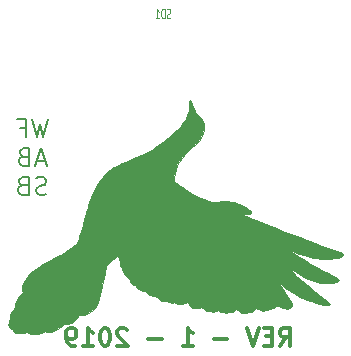
<source format=gbr>
G04 #@! TF.GenerationSoftware,KiCad,Pcbnew,5.0.0-fee4fd1~66~ubuntu16.04.1*
G04 #@! TF.CreationDate,2019-02-25T08:40:39-05:00*
G04 #@! TF.ProjectId,circuit,636972637569742E6B696361645F7063,rev?*
G04 #@! TF.SameCoordinates,Original*
G04 #@! TF.FileFunction,Legend,Bot*
G04 #@! TF.FilePolarity,Positive*
%FSLAX46Y46*%
G04 Gerber Fmt 4.6, Leading zero omitted, Abs format (unit mm)*
G04 Created by KiCad (PCBNEW 5.0.0-fee4fd1~66~ubuntu16.04.1) date Mon Feb 25 08:40:39 2019*
%MOMM*%
%LPD*%
G01*
G04 APERTURE LIST*
%ADD10C,0.300000*%
%ADD11C,0.200000*%
%ADD12C,0.010000*%
%ADD13C,0.125000*%
G04 APERTURE END LIST*
D10*
X207199428Y-113363131D02*
X207699428Y-112648845D01*
X208056571Y-113363131D02*
X208056571Y-111863131D01*
X207485142Y-111863131D01*
X207342285Y-111934560D01*
X207270857Y-112005988D01*
X207199428Y-112148845D01*
X207199428Y-112363131D01*
X207270857Y-112505988D01*
X207342285Y-112577417D01*
X207485142Y-112648845D01*
X208056571Y-112648845D01*
X206556571Y-112577417D02*
X206056571Y-112577417D01*
X205842285Y-113363131D02*
X206556571Y-113363131D01*
X206556571Y-111863131D01*
X205842285Y-111863131D01*
X205413714Y-111863131D02*
X204913714Y-113363131D01*
X204413714Y-111863131D01*
X202770857Y-112791702D02*
X201628000Y-112791702D01*
X198985142Y-113363131D02*
X199842285Y-113363131D01*
X199413714Y-113363131D02*
X199413714Y-111863131D01*
X199556571Y-112077417D01*
X199699428Y-112220274D01*
X199842285Y-112291702D01*
X197199428Y-112791702D02*
X196056571Y-112791702D01*
X194270857Y-112005988D02*
X194199428Y-111934560D01*
X194056571Y-111863131D01*
X193699428Y-111863131D01*
X193556571Y-111934560D01*
X193485142Y-112005988D01*
X193413714Y-112148845D01*
X193413714Y-112291702D01*
X193485142Y-112505988D01*
X194342285Y-113363131D01*
X193413714Y-113363131D01*
X192485142Y-111863131D02*
X192342285Y-111863131D01*
X192199428Y-111934560D01*
X192128000Y-112005988D01*
X192056571Y-112148845D01*
X191985142Y-112434560D01*
X191985142Y-112791702D01*
X192056571Y-113077417D01*
X192128000Y-113220274D01*
X192199428Y-113291702D01*
X192342285Y-113363131D01*
X192485142Y-113363131D01*
X192628000Y-113291702D01*
X192699428Y-113220274D01*
X192770857Y-113077417D01*
X192842285Y-112791702D01*
X192842285Y-112434560D01*
X192770857Y-112148845D01*
X192699428Y-112005988D01*
X192628000Y-111934560D01*
X192485142Y-111863131D01*
X190556571Y-113363131D02*
X191413714Y-113363131D01*
X190985142Y-113363131D02*
X190985142Y-111863131D01*
X191128000Y-112077417D01*
X191270857Y-112220274D01*
X191413714Y-112291702D01*
X189842285Y-113363131D02*
X189556571Y-113363131D01*
X189413714Y-113291702D01*
X189342285Y-113220274D01*
X189199428Y-113005988D01*
X189128000Y-112720274D01*
X189128000Y-112148845D01*
X189199428Y-112005988D01*
X189270857Y-111934560D01*
X189413714Y-111863131D01*
X189699428Y-111863131D01*
X189842285Y-111934560D01*
X189913714Y-112005988D01*
X189985142Y-112148845D01*
X189985142Y-112505988D01*
X189913714Y-112648845D01*
X189842285Y-112720274D01*
X189699428Y-112791702D01*
X189413714Y-112791702D01*
X189270857Y-112720274D01*
X189199428Y-112648845D01*
X189128000Y-112505988D01*
D11*
X187543914Y-94178211D02*
X187186771Y-95678211D01*
X186901057Y-94606782D01*
X186615342Y-95678211D01*
X186258200Y-94178211D01*
X185186771Y-94892497D02*
X185686771Y-94892497D01*
X185686771Y-95678211D02*
X185686771Y-94178211D01*
X184972485Y-94178211D01*
X187365342Y-97699640D02*
X186651057Y-97699640D01*
X187508200Y-98128211D02*
X187008200Y-96628211D01*
X186508200Y-98128211D01*
X185508200Y-97342497D02*
X185293914Y-97413925D01*
X185222485Y-97485354D01*
X185151057Y-97628211D01*
X185151057Y-97842497D01*
X185222485Y-97985354D01*
X185293914Y-98056782D01*
X185436771Y-98128211D01*
X186008200Y-98128211D01*
X186008200Y-96628211D01*
X185508200Y-96628211D01*
X185365342Y-96699640D01*
X185293914Y-96771068D01*
X185222485Y-96913925D01*
X185222485Y-97056782D01*
X185293914Y-97199640D01*
X185365342Y-97271068D01*
X185508200Y-97342497D01*
X186008200Y-97342497D01*
X187436771Y-100506782D02*
X187222485Y-100578211D01*
X186865342Y-100578211D01*
X186722485Y-100506782D01*
X186651057Y-100435354D01*
X186579628Y-100292497D01*
X186579628Y-100149640D01*
X186651057Y-100006782D01*
X186722485Y-99935354D01*
X186865342Y-99863925D01*
X187151057Y-99792497D01*
X187293914Y-99721068D01*
X187365342Y-99649640D01*
X187436771Y-99506782D01*
X187436771Y-99363925D01*
X187365342Y-99221068D01*
X187293914Y-99149640D01*
X187151057Y-99078211D01*
X186793914Y-99078211D01*
X186579628Y-99149640D01*
X185436771Y-99792497D02*
X185222485Y-99863925D01*
X185151057Y-99935354D01*
X185079628Y-100078211D01*
X185079628Y-100292497D01*
X185151057Y-100435354D01*
X185222485Y-100506782D01*
X185365342Y-100578211D01*
X185936771Y-100578211D01*
X185936771Y-99078211D01*
X185436771Y-99078211D01*
X185293914Y-99149640D01*
X185222485Y-99221068D01*
X185151057Y-99363925D01*
X185151057Y-99506782D01*
X185222485Y-99649640D01*
X185293914Y-99721068D01*
X185436771Y-99792497D01*
X185936771Y-99792497D01*
D12*
G04 #@! TO.C,G\002A\002A\002A*
G36*
X212520666Y-105607386D02*
X212442713Y-105532115D01*
X212292599Y-105454203D01*
X212070209Y-105372497D01*
X212058794Y-105368807D01*
X211953212Y-105332875D01*
X211788882Y-105274410D01*
X211574852Y-105196774D01*
X211320169Y-105103327D01*
X211033880Y-104997428D01*
X210725034Y-104882437D01*
X210402678Y-104761715D01*
X210075859Y-104638621D01*
X209753625Y-104516516D01*
X209445024Y-104398760D01*
X209391795Y-104378351D01*
X208895703Y-104187405D01*
X208397008Y-103994338D01*
X207900429Y-103801042D01*
X207410685Y-103609412D01*
X206932495Y-103421338D01*
X206470580Y-103238715D01*
X206029657Y-103063435D01*
X205614446Y-102897390D01*
X205229667Y-102742474D01*
X204880038Y-102600578D01*
X204570279Y-102473597D01*
X204305109Y-102363423D01*
X204089247Y-102271947D01*
X203927413Y-102201064D01*
X203824325Y-102152666D01*
X203785652Y-102129873D01*
X203804265Y-102123360D01*
X203873239Y-102131523D01*
X203894509Y-102135452D01*
X204200716Y-102187330D01*
X204440776Y-102210424D01*
X204614599Y-102204771D01*
X204722094Y-102170409D01*
X204763170Y-102107374D01*
X204737739Y-102015704D01*
X204645708Y-101895436D01*
X204597650Y-101846497D01*
X204445044Y-101724549D01*
X204238108Y-101597087D01*
X203993760Y-101472386D01*
X203728920Y-101358721D01*
X203460506Y-101264368D01*
X203332080Y-101227501D01*
X203075735Y-101174242D01*
X202794443Y-101139602D01*
X202509762Y-101124461D01*
X202243249Y-101129700D01*
X202016460Y-101156197D01*
X201948953Y-101171043D01*
X201734062Y-101194911D01*
X201471227Y-101169849D01*
X201164851Y-101097189D01*
X200819336Y-100978264D01*
X200439086Y-100814405D01*
X200028502Y-100606947D01*
X199957509Y-100568268D01*
X199804058Y-100483129D01*
X199671027Y-100407213D01*
X199544093Y-100331685D01*
X199408932Y-100247713D01*
X199251220Y-100146465D01*
X199056634Y-100019108D01*
X198908746Y-99921545D01*
X198711163Y-99790718D01*
X198565121Y-99692903D01*
X198461507Y-99621275D01*
X198391203Y-99569007D01*
X198345093Y-99529271D01*
X198314063Y-99495243D01*
X198288996Y-99460094D01*
X198285549Y-99454856D01*
X198252318Y-99383186D01*
X198241186Y-99290196D01*
X198249597Y-99152270D01*
X198251170Y-99137355D01*
X198308715Y-98755329D01*
X198398286Y-98409132D01*
X198525866Y-98087728D01*
X198697438Y-97780082D01*
X198918984Y-97475161D01*
X199196487Y-97161930D01*
X199468004Y-96893019D01*
X199809289Y-96561072D01*
X200093818Y-96263886D01*
X200325593Y-95996533D01*
X200508614Y-95754087D01*
X200646884Y-95531620D01*
X200744404Y-95324204D01*
X200746560Y-95318635D01*
X200800902Y-95101695D01*
X200816978Y-94852673D01*
X200795014Y-94601014D01*
X200739450Y-94387198D01*
X200659804Y-94231401D01*
X200542571Y-94070648D01*
X200405780Y-93925141D01*
X200267458Y-93815086D01*
X200193609Y-93775449D01*
X200095834Y-93701140D01*
X200045316Y-93599243D01*
X200005993Y-93488887D01*
X199947295Y-93338933D01*
X199877289Y-93168444D01*
X199804043Y-92996488D01*
X199735624Y-92842130D01*
X199680099Y-92724436D01*
X199655377Y-92677706D01*
X199606947Y-92608453D01*
X199569768Y-92577987D01*
X199568685Y-92577920D01*
X199556426Y-92611567D01*
X199546817Y-92701974D01*
X199541168Y-92833344D01*
X199540223Y-92920848D01*
X199529990Y-93209208D01*
X199495576Y-93457395D01*
X199431409Y-93695382D01*
X199361389Y-93882806D01*
X199227019Y-94158066D01*
X199043677Y-94443631D01*
X198808797Y-94742126D01*
X198519814Y-95056177D01*
X198174161Y-95388410D01*
X197769270Y-95741450D01*
X197302577Y-96117922D01*
X196813129Y-96489673D01*
X196360837Y-96789407D01*
X195847879Y-97064545D01*
X195283443Y-97310166D01*
X195276652Y-97312814D01*
X195071293Y-97392875D01*
X194852124Y-97478470D01*
X194648174Y-97558254D01*
X194514652Y-97610599D01*
X194333841Y-97686355D01*
X194110052Y-97787305D01*
X193863835Y-97903565D01*
X193615742Y-98025253D01*
X193386325Y-98142483D01*
X193204410Y-98240713D01*
X192857930Y-98467271D01*
X192532793Y-98746919D01*
X192227034Y-99082527D01*
X191938685Y-99476963D01*
X191665782Y-99933095D01*
X191406357Y-100453794D01*
X191158444Y-101041928D01*
X191008748Y-101444251D01*
X190930443Y-101670592D01*
X190855188Y-101902013D01*
X190779740Y-102149783D01*
X190700855Y-102425172D01*
X190615289Y-102739449D01*
X190519799Y-103103884D01*
X190430338Y-103453888D01*
X190365241Y-103702911D01*
X190299800Y-103939158D01*
X190237829Y-104149894D01*
X190183138Y-104322384D01*
X190139542Y-104443893D01*
X190122019Y-104483701D01*
X190026865Y-104640889D01*
X189900189Y-104793685D01*
X189734879Y-104948000D01*
X189523821Y-105109748D01*
X189259904Y-105284841D01*
X188936013Y-105479190D01*
X188898175Y-105500990D01*
X188813961Y-105549152D01*
X188732565Y-105595120D01*
X188645720Y-105643351D01*
X188545160Y-105698306D01*
X188422620Y-105764444D01*
X188269834Y-105846222D01*
X188078536Y-105948100D01*
X187840459Y-106074537D01*
X187547339Y-106229992D01*
X187514103Y-106247612D01*
X187127173Y-106459989D01*
X186799913Y-106656540D01*
X186523054Y-106844122D01*
X186287331Y-107029589D01*
X186083476Y-107219799D01*
X185902222Y-107421607D01*
X185864748Y-107467878D01*
X185706204Y-107692985D01*
X185574988Y-107930644D01*
X185475564Y-108168002D01*
X185412395Y-108392210D01*
X185389946Y-108590414D01*
X185412680Y-108749764D01*
X185416170Y-108759371D01*
X185429907Y-108828969D01*
X185398774Y-108887240D01*
X185351645Y-108930930D01*
X185262519Y-109024636D01*
X185164959Y-109157666D01*
X185065832Y-109316447D01*
X184972004Y-109487406D01*
X184890344Y-109656968D01*
X184827718Y-109811560D01*
X184790993Y-109937609D01*
X184787036Y-110021541D01*
X184792740Y-110035652D01*
X184782351Y-110080246D01*
X184730818Y-110155883D01*
X184669155Y-110225233D01*
X184536145Y-110390449D01*
X184430144Y-110578746D01*
X184361102Y-110768285D01*
X184338973Y-110937225D01*
X184339496Y-110948684D01*
X184329991Y-111087249D01*
X184294066Y-111222917D01*
X184288241Y-111236683D01*
X184238482Y-111403648D01*
X184230557Y-111572761D01*
X184263906Y-111719682D01*
X184300790Y-111783686D01*
X184388226Y-111861124D01*
X184495901Y-111916921D01*
X184496108Y-111916989D01*
X184591521Y-111966966D01*
X184635752Y-112046446D01*
X184638973Y-112060742D01*
X184696526Y-112177007D01*
X184809913Y-112259734D01*
X184969675Y-112307060D01*
X185166352Y-112317125D01*
X185390486Y-112288067D01*
X185561936Y-112242397D01*
X185810751Y-112162261D01*
X185966860Y-112265569D01*
X186169583Y-112357032D01*
X186409461Y-112390680D01*
X186680123Y-112366767D01*
X186975199Y-112285547D01*
X187140776Y-112218698D01*
X187259873Y-112168462D01*
X187336918Y-112147624D01*
X187394693Y-112152979D01*
X187445770Y-112175786D01*
X187606327Y-112221952D01*
X187799910Y-112211447D01*
X188018171Y-112147217D01*
X188252756Y-112032211D01*
X188495317Y-111869375D01*
X188633696Y-111756502D01*
X188759626Y-111649761D01*
X188851221Y-111582875D01*
X188927042Y-111546015D01*
X189005648Y-111529350D01*
X189071795Y-111524460D01*
X189302072Y-111498259D01*
X189497531Y-111436947D01*
X189691788Y-111329565D01*
X189713252Y-111315328D01*
X189950712Y-111125479D01*
X190123824Y-110919731D01*
X190161749Y-110856849D01*
X190216331Y-110786709D01*
X190294257Y-110759165D01*
X190351798Y-110756176D01*
X190606928Y-110725734D01*
X190872253Y-110643900D01*
X191130788Y-110520100D01*
X191365545Y-110363759D01*
X191559538Y-110184304D01*
X191680809Y-110018689D01*
X191758747Y-109853750D01*
X191841899Y-109626173D01*
X191927738Y-109345477D01*
X192013735Y-109021183D01*
X192097363Y-108662809D01*
X192176094Y-108279874D01*
X192245971Y-107890492D01*
X192311326Y-107512893D01*
X192371638Y-107194881D01*
X192426263Y-106939424D01*
X192474554Y-106749485D01*
X192515867Y-106628031D01*
X192524569Y-106609601D01*
X192588277Y-106516765D01*
X192693798Y-106394016D01*
X192825856Y-106256239D01*
X192969171Y-106118319D01*
X193108463Y-105995141D01*
X193228455Y-105901592D01*
X193291640Y-105862288D01*
X193415896Y-105805166D01*
X193493036Y-105791659D01*
X193536541Y-105825452D01*
X193559894Y-105910227D01*
X193563740Y-105936633D01*
X193594099Y-106058661D01*
X193643013Y-106166192D01*
X193653363Y-106181562D01*
X193700297Y-106271608D01*
X193693872Y-106361335D01*
X193689875Y-106373927D01*
X193683204Y-106475317D01*
X193712477Y-106590685D01*
X193766559Y-106690652D01*
X193830326Y-106744429D01*
X193867078Y-106778392D01*
X193864435Y-106797186D01*
X193863000Y-106847338D01*
X193880471Y-106942036D01*
X193900949Y-107018936D01*
X193942164Y-107128181D01*
X194003987Y-107231197D01*
X194099220Y-107346304D01*
X194210510Y-107461852D01*
X194387476Y-107656884D01*
X194498952Y-107822687D01*
X194526281Y-107883523D01*
X194606399Y-108027592D01*
X194719767Y-108140435D01*
X194847965Y-108206414D01*
X194919161Y-108217063D01*
X194990317Y-108239045D01*
X195005814Y-108280563D01*
X195041754Y-108385963D01*
X195135843Y-108488381D01*
X195273888Y-108579027D01*
X195441699Y-108649113D01*
X195625084Y-108689849D01*
X195674310Y-108694600D01*
X195785405Y-108706973D01*
X195851779Y-108735789D01*
X195901280Y-108797906D01*
X195929750Y-108849253D01*
X196047018Y-108994530D01*
X196219124Y-109095131D01*
X196442092Y-109148892D01*
X196488951Y-109153558D01*
X196612297Y-109169438D01*
X196704044Y-109202738D01*
X196795076Y-109267794D01*
X196859574Y-109325592D01*
X197046607Y-109465208D01*
X197243841Y-109539269D01*
X197469453Y-109554352D01*
X197488763Y-109553241D01*
X197610449Y-109552514D01*
X197689847Y-109575160D01*
X197747780Y-109620730D01*
X197868329Y-109696365D01*
X198021370Y-109730359D01*
X198176183Y-109716719D01*
X198200850Y-109709100D01*
X198287616Y-109688858D01*
X198360031Y-109707009D01*
X198428546Y-109750590D01*
X198561926Y-109808138D01*
X198736965Y-109830709D01*
X198931822Y-109818455D01*
X199124656Y-109771531D01*
X199191573Y-109745212D01*
X199291519Y-109703286D01*
X199359508Y-109679119D01*
X199377191Y-109676651D01*
X199399407Y-109710555D01*
X199446966Y-109785825D01*
X199479542Y-109837957D01*
X199623032Y-110021299D01*
X199788559Y-110139459D01*
X199986048Y-110198809D01*
X200053022Y-110206099D01*
X200276273Y-110200075D01*
X200430658Y-110159729D01*
X200530284Y-110124221D01*
X200592244Y-110118107D01*
X200646632Y-110144794D01*
X200703165Y-110190580D01*
X200877725Y-110305724D01*
X201084126Y-110392285D01*
X201303763Y-110446763D01*
X201518032Y-110465659D01*
X201708326Y-110445471D01*
X201825619Y-110401752D01*
X201952014Y-110331811D01*
X202081163Y-110417278D01*
X202250408Y-110495922D01*
X202456142Y-110540658D01*
X202680900Y-110552914D01*
X202907220Y-110534121D01*
X203117637Y-110485709D01*
X203294688Y-110409108D01*
X203419297Y-110307706D01*
X203452025Y-110281564D01*
X203496091Y-110285501D01*
X203568535Y-110324710D01*
X203647005Y-110377129D01*
X203844852Y-110490749D01*
X204044511Y-110553394D01*
X204271359Y-110571610D01*
X204384366Y-110567364D01*
X204590277Y-110540627D01*
X204764563Y-110482552D01*
X204935012Y-110381834D01*
X205043106Y-110299390D01*
X205193847Y-110177326D01*
X205399342Y-110271404D01*
X205617776Y-110354116D01*
X205818046Y-110387105D01*
X206030937Y-110374224D01*
X206110079Y-110360394D01*
X206386803Y-110286832D01*
X206605835Y-110184450D01*
X206773100Y-110053196D01*
X206902725Y-109923571D01*
X207071961Y-109996114D01*
X207289566Y-110082083D01*
X207496082Y-110150260D01*
X207673994Y-110195509D01*
X207805786Y-110212690D01*
X207810287Y-110212721D01*
X207945598Y-110192816D01*
X208075026Y-110141262D01*
X208174421Y-110070133D01*
X208215038Y-110010355D01*
X208225233Y-109923463D01*
X208202061Y-109806647D01*
X208143251Y-109655267D01*
X208046537Y-109464687D01*
X207909649Y-109230269D01*
X207730319Y-108947375D01*
X207595220Y-108743206D01*
X207454222Y-108527287D01*
X207339523Y-108340373D01*
X207255635Y-108190397D01*
X207207071Y-108085292D01*
X207196509Y-108042279D01*
X207220375Y-108051653D01*
X207284670Y-108103066D01*
X207378437Y-108187313D01*
X207449744Y-108255071D01*
X207589287Y-108379807D01*
X207765051Y-108521881D01*
X207951209Y-108660993D01*
X208074443Y-108746114D01*
X208385884Y-108937096D01*
X208732505Y-109123489D01*
X209102596Y-109300853D01*
X209484449Y-109464750D01*
X209866357Y-109610743D01*
X210236610Y-109734393D01*
X210583501Y-109831261D01*
X210895322Y-109896910D01*
X211160364Y-109926900D01*
X211192231Y-109927982D01*
X211322216Y-109925043D01*
X211403270Y-109906496D01*
X211433672Y-109868147D01*
X211411701Y-109805801D01*
X211335638Y-109715264D01*
X211203761Y-109592342D01*
X211014351Y-109432840D01*
X210976448Y-109401901D01*
X210778596Y-109240805D01*
X210554145Y-109057849D01*
X210330864Y-108875677D01*
X210138857Y-108718845D01*
X209968386Y-108579665D01*
X209795744Y-108439009D01*
X209639244Y-108311780D01*
X209517199Y-108212881D01*
X209499910Y-108198920D01*
X209266469Y-108005978D01*
X209037418Y-107808150D01*
X208818867Y-107611505D01*
X208616925Y-107422113D01*
X208437700Y-107246043D01*
X208287302Y-107089365D01*
X208171838Y-106958147D01*
X208097419Y-106858459D01*
X208070153Y-106796371D01*
X208074471Y-106782720D01*
X208108044Y-106796537D01*
X208184428Y-106847528D01*
X208290533Y-106926585D01*
X208360601Y-106981764D01*
X208815139Y-107306050D01*
X209312931Y-107588076D01*
X209834728Y-107818158D01*
X210353366Y-107984564D01*
X210639980Y-108044128D01*
X210934977Y-108079042D01*
X211225912Y-108090012D01*
X211500343Y-108077746D01*
X211745825Y-108042950D01*
X211949915Y-107986330D01*
X212100168Y-107908594D01*
X212130365Y-107883636D01*
X212167789Y-107849750D01*
X212195779Y-107820792D01*
X212209101Y-107792911D01*
X212202519Y-107762258D01*
X212170799Y-107724980D01*
X212108706Y-107677228D01*
X212011004Y-107615150D01*
X211872459Y-107534895D01*
X211687836Y-107432612D01*
X211451901Y-107304452D01*
X211159417Y-107146562D01*
X211042795Y-107083604D01*
X210579423Y-106831478D01*
X210135920Y-106586497D01*
X209719703Y-106352901D01*
X209338194Y-106134932D01*
X208998810Y-105936830D01*
X208708972Y-105762836D01*
X208476099Y-105617192D01*
X208466509Y-105611004D01*
X208283391Y-105489168D01*
X208129517Y-105380120D01*
X208009234Y-105287992D01*
X207926888Y-105216916D01*
X207886826Y-105171024D01*
X207893393Y-105154450D01*
X207950936Y-105171324D01*
X208058295Y-105222894D01*
X208465427Y-105422179D01*
X208860875Y-105585529D01*
X209270951Y-105722554D01*
X209721968Y-105842864D01*
X209816893Y-105865188D01*
X209994694Y-105905482D01*
X210140843Y-105935550D01*
X210271352Y-105956890D01*
X210402228Y-105971003D01*
X210549483Y-105979388D01*
X210729126Y-105983546D01*
X210957166Y-105984976D01*
X211097223Y-105985139D01*
X211358961Y-105984599D01*
X211560841Y-105982038D01*
X211715570Y-105976455D01*
X211835856Y-105966851D01*
X211934404Y-105952223D01*
X212023923Y-105931572D01*
X212113223Y-105905132D01*
X212322738Y-105828889D01*
X212460562Y-105754619D01*
X212526577Y-105681169D01*
X212520666Y-105607386D01*
X212520666Y-105607386D01*
G37*
X212520666Y-105607386D02*
X212442713Y-105532115D01*
X212292599Y-105454203D01*
X212070209Y-105372497D01*
X212058794Y-105368807D01*
X211953212Y-105332875D01*
X211788882Y-105274410D01*
X211574852Y-105196774D01*
X211320169Y-105103327D01*
X211033880Y-104997428D01*
X210725034Y-104882437D01*
X210402678Y-104761715D01*
X210075859Y-104638621D01*
X209753625Y-104516516D01*
X209445024Y-104398760D01*
X209391795Y-104378351D01*
X208895703Y-104187405D01*
X208397008Y-103994338D01*
X207900429Y-103801042D01*
X207410685Y-103609412D01*
X206932495Y-103421338D01*
X206470580Y-103238715D01*
X206029657Y-103063435D01*
X205614446Y-102897390D01*
X205229667Y-102742474D01*
X204880038Y-102600578D01*
X204570279Y-102473597D01*
X204305109Y-102363423D01*
X204089247Y-102271947D01*
X203927413Y-102201064D01*
X203824325Y-102152666D01*
X203785652Y-102129873D01*
X203804265Y-102123360D01*
X203873239Y-102131523D01*
X203894509Y-102135452D01*
X204200716Y-102187330D01*
X204440776Y-102210424D01*
X204614599Y-102204771D01*
X204722094Y-102170409D01*
X204763170Y-102107374D01*
X204737739Y-102015704D01*
X204645708Y-101895436D01*
X204597650Y-101846497D01*
X204445044Y-101724549D01*
X204238108Y-101597087D01*
X203993760Y-101472386D01*
X203728920Y-101358721D01*
X203460506Y-101264368D01*
X203332080Y-101227501D01*
X203075735Y-101174242D01*
X202794443Y-101139602D01*
X202509762Y-101124461D01*
X202243249Y-101129700D01*
X202016460Y-101156197D01*
X201948953Y-101171043D01*
X201734062Y-101194911D01*
X201471227Y-101169849D01*
X201164851Y-101097189D01*
X200819336Y-100978264D01*
X200439086Y-100814405D01*
X200028502Y-100606947D01*
X199957509Y-100568268D01*
X199804058Y-100483129D01*
X199671027Y-100407213D01*
X199544093Y-100331685D01*
X199408932Y-100247713D01*
X199251220Y-100146465D01*
X199056634Y-100019108D01*
X198908746Y-99921545D01*
X198711163Y-99790718D01*
X198565121Y-99692903D01*
X198461507Y-99621275D01*
X198391203Y-99569007D01*
X198345093Y-99529271D01*
X198314063Y-99495243D01*
X198288996Y-99460094D01*
X198285549Y-99454856D01*
X198252318Y-99383186D01*
X198241186Y-99290196D01*
X198249597Y-99152270D01*
X198251170Y-99137355D01*
X198308715Y-98755329D01*
X198398286Y-98409132D01*
X198525866Y-98087728D01*
X198697438Y-97780082D01*
X198918984Y-97475161D01*
X199196487Y-97161930D01*
X199468004Y-96893019D01*
X199809289Y-96561072D01*
X200093818Y-96263886D01*
X200325593Y-95996533D01*
X200508614Y-95754087D01*
X200646884Y-95531620D01*
X200744404Y-95324204D01*
X200746560Y-95318635D01*
X200800902Y-95101695D01*
X200816978Y-94852673D01*
X200795014Y-94601014D01*
X200739450Y-94387198D01*
X200659804Y-94231401D01*
X200542571Y-94070648D01*
X200405780Y-93925141D01*
X200267458Y-93815086D01*
X200193609Y-93775449D01*
X200095834Y-93701140D01*
X200045316Y-93599243D01*
X200005993Y-93488887D01*
X199947295Y-93338933D01*
X199877289Y-93168444D01*
X199804043Y-92996488D01*
X199735624Y-92842130D01*
X199680099Y-92724436D01*
X199655377Y-92677706D01*
X199606947Y-92608453D01*
X199569768Y-92577987D01*
X199568685Y-92577920D01*
X199556426Y-92611567D01*
X199546817Y-92701974D01*
X199541168Y-92833344D01*
X199540223Y-92920848D01*
X199529990Y-93209208D01*
X199495576Y-93457395D01*
X199431409Y-93695382D01*
X199361389Y-93882806D01*
X199227019Y-94158066D01*
X199043677Y-94443631D01*
X198808797Y-94742126D01*
X198519814Y-95056177D01*
X198174161Y-95388410D01*
X197769270Y-95741450D01*
X197302577Y-96117922D01*
X196813129Y-96489673D01*
X196360837Y-96789407D01*
X195847879Y-97064545D01*
X195283443Y-97310166D01*
X195276652Y-97312814D01*
X195071293Y-97392875D01*
X194852124Y-97478470D01*
X194648174Y-97558254D01*
X194514652Y-97610599D01*
X194333841Y-97686355D01*
X194110052Y-97787305D01*
X193863835Y-97903565D01*
X193615742Y-98025253D01*
X193386325Y-98142483D01*
X193204410Y-98240713D01*
X192857930Y-98467271D01*
X192532793Y-98746919D01*
X192227034Y-99082527D01*
X191938685Y-99476963D01*
X191665782Y-99933095D01*
X191406357Y-100453794D01*
X191158444Y-101041928D01*
X191008748Y-101444251D01*
X190930443Y-101670592D01*
X190855188Y-101902013D01*
X190779740Y-102149783D01*
X190700855Y-102425172D01*
X190615289Y-102739449D01*
X190519799Y-103103884D01*
X190430338Y-103453888D01*
X190365241Y-103702911D01*
X190299800Y-103939158D01*
X190237829Y-104149894D01*
X190183138Y-104322384D01*
X190139542Y-104443893D01*
X190122019Y-104483701D01*
X190026865Y-104640889D01*
X189900189Y-104793685D01*
X189734879Y-104948000D01*
X189523821Y-105109748D01*
X189259904Y-105284841D01*
X188936013Y-105479190D01*
X188898175Y-105500990D01*
X188813961Y-105549152D01*
X188732565Y-105595120D01*
X188645720Y-105643351D01*
X188545160Y-105698306D01*
X188422620Y-105764444D01*
X188269834Y-105846222D01*
X188078536Y-105948100D01*
X187840459Y-106074537D01*
X187547339Y-106229992D01*
X187514103Y-106247612D01*
X187127173Y-106459989D01*
X186799913Y-106656540D01*
X186523054Y-106844122D01*
X186287331Y-107029589D01*
X186083476Y-107219799D01*
X185902222Y-107421607D01*
X185864748Y-107467878D01*
X185706204Y-107692985D01*
X185574988Y-107930644D01*
X185475564Y-108168002D01*
X185412395Y-108392210D01*
X185389946Y-108590414D01*
X185412680Y-108749764D01*
X185416170Y-108759371D01*
X185429907Y-108828969D01*
X185398774Y-108887240D01*
X185351645Y-108930930D01*
X185262519Y-109024636D01*
X185164959Y-109157666D01*
X185065832Y-109316447D01*
X184972004Y-109487406D01*
X184890344Y-109656968D01*
X184827718Y-109811560D01*
X184790993Y-109937609D01*
X184787036Y-110021541D01*
X184792740Y-110035652D01*
X184782351Y-110080246D01*
X184730818Y-110155883D01*
X184669155Y-110225233D01*
X184536145Y-110390449D01*
X184430144Y-110578746D01*
X184361102Y-110768285D01*
X184338973Y-110937225D01*
X184339496Y-110948684D01*
X184329991Y-111087249D01*
X184294066Y-111222917D01*
X184288241Y-111236683D01*
X184238482Y-111403648D01*
X184230557Y-111572761D01*
X184263906Y-111719682D01*
X184300790Y-111783686D01*
X184388226Y-111861124D01*
X184495901Y-111916921D01*
X184496108Y-111916989D01*
X184591521Y-111966966D01*
X184635752Y-112046446D01*
X184638973Y-112060742D01*
X184696526Y-112177007D01*
X184809913Y-112259734D01*
X184969675Y-112307060D01*
X185166352Y-112317125D01*
X185390486Y-112288067D01*
X185561936Y-112242397D01*
X185810751Y-112162261D01*
X185966860Y-112265569D01*
X186169583Y-112357032D01*
X186409461Y-112390680D01*
X186680123Y-112366767D01*
X186975199Y-112285547D01*
X187140776Y-112218698D01*
X187259873Y-112168462D01*
X187336918Y-112147624D01*
X187394693Y-112152979D01*
X187445770Y-112175786D01*
X187606327Y-112221952D01*
X187799910Y-112211447D01*
X188018171Y-112147217D01*
X188252756Y-112032211D01*
X188495317Y-111869375D01*
X188633696Y-111756502D01*
X188759626Y-111649761D01*
X188851221Y-111582875D01*
X188927042Y-111546015D01*
X189005648Y-111529350D01*
X189071795Y-111524460D01*
X189302072Y-111498259D01*
X189497531Y-111436947D01*
X189691788Y-111329565D01*
X189713252Y-111315328D01*
X189950712Y-111125479D01*
X190123824Y-110919731D01*
X190161749Y-110856849D01*
X190216331Y-110786709D01*
X190294257Y-110759165D01*
X190351798Y-110756176D01*
X190606928Y-110725734D01*
X190872253Y-110643900D01*
X191130788Y-110520100D01*
X191365545Y-110363759D01*
X191559538Y-110184304D01*
X191680809Y-110018689D01*
X191758747Y-109853750D01*
X191841899Y-109626173D01*
X191927738Y-109345477D01*
X192013735Y-109021183D01*
X192097363Y-108662809D01*
X192176094Y-108279874D01*
X192245971Y-107890492D01*
X192311326Y-107512893D01*
X192371638Y-107194881D01*
X192426263Y-106939424D01*
X192474554Y-106749485D01*
X192515867Y-106628031D01*
X192524569Y-106609601D01*
X192588277Y-106516765D01*
X192693798Y-106394016D01*
X192825856Y-106256239D01*
X192969171Y-106118319D01*
X193108463Y-105995141D01*
X193228455Y-105901592D01*
X193291640Y-105862288D01*
X193415896Y-105805166D01*
X193493036Y-105791659D01*
X193536541Y-105825452D01*
X193559894Y-105910227D01*
X193563740Y-105936633D01*
X193594099Y-106058661D01*
X193643013Y-106166192D01*
X193653363Y-106181562D01*
X193700297Y-106271608D01*
X193693872Y-106361335D01*
X193689875Y-106373927D01*
X193683204Y-106475317D01*
X193712477Y-106590685D01*
X193766559Y-106690652D01*
X193830326Y-106744429D01*
X193867078Y-106778392D01*
X193864435Y-106797186D01*
X193863000Y-106847338D01*
X193880471Y-106942036D01*
X193900949Y-107018936D01*
X193942164Y-107128181D01*
X194003987Y-107231197D01*
X194099220Y-107346304D01*
X194210510Y-107461852D01*
X194387476Y-107656884D01*
X194498952Y-107822687D01*
X194526281Y-107883523D01*
X194606399Y-108027592D01*
X194719767Y-108140435D01*
X194847965Y-108206414D01*
X194919161Y-108217063D01*
X194990317Y-108239045D01*
X195005814Y-108280563D01*
X195041754Y-108385963D01*
X195135843Y-108488381D01*
X195273888Y-108579027D01*
X195441699Y-108649113D01*
X195625084Y-108689849D01*
X195674310Y-108694600D01*
X195785405Y-108706973D01*
X195851779Y-108735789D01*
X195901280Y-108797906D01*
X195929750Y-108849253D01*
X196047018Y-108994530D01*
X196219124Y-109095131D01*
X196442092Y-109148892D01*
X196488951Y-109153558D01*
X196612297Y-109169438D01*
X196704044Y-109202738D01*
X196795076Y-109267794D01*
X196859574Y-109325592D01*
X197046607Y-109465208D01*
X197243841Y-109539269D01*
X197469453Y-109554352D01*
X197488763Y-109553241D01*
X197610449Y-109552514D01*
X197689847Y-109575160D01*
X197747780Y-109620730D01*
X197868329Y-109696365D01*
X198021370Y-109730359D01*
X198176183Y-109716719D01*
X198200850Y-109709100D01*
X198287616Y-109688858D01*
X198360031Y-109707009D01*
X198428546Y-109750590D01*
X198561926Y-109808138D01*
X198736965Y-109830709D01*
X198931822Y-109818455D01*
X199124656Y-109771531D01*
X199191573Y-109745212D01*
X199291519Y-109703286D01*
X199359508Y-109679119D01*
X199377191Y-109676651D01*
X199399407Y-109710555D01*
X199446966Y-109785825D01*
X199479542Y-109837957D01*
X199623032Y-110021299D01*
X199788559Y-110139459D01*
X199986048Y-110198809D01*
X200053022Y-110206099D01*
X200276273Y-110200075D01*
X200430658Y-110159729D01*
X200530284Y-110124221D01*
X200592244Y-110118107D01*
X200646632Y-110144794D01*
X200703165Y-110190580D01*
X200877725Y-110305724D01*
X201084126Y-110392285D01*
X201303763Y-110446763D01*
X201518032Y-110465659D01*
X201708326Y-110445471D01*
X201825619Y-110401752D01*
X201952014Y-110331811D01*
X202081163Y-110417278D01*
X202250408Y-110495922D01*
X202456142Y-110540658D01*
X202680900Y-110552914D01*
X202907220Y-110534121D01*
X203117637Y-110485709D01*
X203294688Y-110409108D01*
X203419297Y-110307706D01*
X203452025Y-110281564D01*
X203496091Y-110285501D01*
X203568535Y-110324710D01*
X203647005Y-110377129D01*
X203844852Y-110490749D01*
X204044511Y-110553394D01*
X204271359Y-110571610D01*
X204384366Y-110567364D01*
X204590277Y-110540627D01*
X204764563Y-110482552D01*
X204935012Y-110381834D01*
X205043106Y-110299390D01*
X205193847Y-110177326D01*
X205399342Y-110271404D01*
X205617776Y-110354116D01*
X205818046Y-110387105D01*
X206030937Y-110374224D01*
X206110079Y-110360394D01*
X206386803Y-110286832D01*
X206605835Y-110184450D01*
X206773100Y-110053196D01*
X206902725Y-109923571D01*
X207071961Y-109996114D01*
X207289566Y-110082083D01*
X207496082Y-110150260D01*
X207673994Y-110195509D01*
X207805786Y-110212690D01*
X207810287Y-110212721D01*
X207945598Y-110192816D01*
X208075026Y-110141262D01*
X208174421Y-110070133D01*
X208215038Y-110010355D01*
X208225233Y-109923463D01*
X208202061Y-109806647D01*
X208143251Y-109655267D01*
X208046537Y-109464687D01*
X207909649Y-109230269D01*
X207730319Y-108947375D01*
X207595220Y-108743206D01*
X207454222Y-108527287D01*
X207339523Y-108340373D01*
X207255635Y-108190397D01*
X207207071Y-108085292D01*
X207196509Y-108042279D01*
X207220375Y-108051653D01*
X207284670Y-108103066D01*
X207378437Y-108187313D01*
X207449744Y-108255071D01*
X207589287Y-108379807D01*
X207765051Y-108521881D01*
X207951209Y-108660993D01*
X208074443Y-108746114D01*
X208385884Y-108937096D01*
X208732505Y-109123489D01*
X209102596Y-109300853D01*
X209484449Y-109464750D01*
X209866357Y-109610743D01*
X210236610Y-109734393D01*
X210583501Y-109831261D01*
X210895322Y-109896910D01*
X211160364Y-109926900D01*
X211192231Y-109927982D01*
X211322216Y-109925043D01*
X211403270Y-109906496D01*
X211433672Y-109868147D01*
X211411701Y-109805801D01*
X211335638Y-109715264D01*
X211203761Y-109592342D01*
X211014351Y-109432840D01*
X210976448Y-109401901D01*
X210778596Y-109240805D01*
X210554145Y-109057849D01*
X210330864Y-108875677D01*
X210138857Y-108718845D01*
X209968386Y-108579665D01*
X209795744Y-108439009D01*
X209639244Y-108311780D01*
X209517199Y-108212881D01*
X209499910Y-108198920D01*
X209266469Y-108005978D01*
X209037418Y-107808150D01*
X208818867Y-107611505D01*
X208616925Y-107422113D01*
X208437700Y-107246043D01*
X208287302Y-107089365D01*
X208171838Y-106958147D01*
X208097419Y-106858459D01*
X208070153Y-106796371D01*
X208074471Y-106782720D01*
X208108044Y-106796537D01*
X208184428Y-106847528D01*
X208290533Y-106926585D01*
X208360601Y-106981764D01*
X208815139Y-107306050D01*
X209312931Y-107588076D01*
X209834728Y-107818158D01*
X210353366Y-107984564D01*
X210639980Y-108044128D01*
X210934977Y-108079042D01*
X211225912Y-108090012D01*
X211500343Y-108077746D01*
X211745825Y-108042950D01*
X211949915Y-107986330D01*
X212100168Y-107908594D01*
X212130365Y-107883636D01*
X212167789Y-107849750D01*
X212195779Y-107820792D01*
X212209101Y-107792911D01*
X212202519Y-107762258D01*
X212170799Y-107724980D01*
X212108706Y-107677228D01*
X212011004Y-107615150D01*
X211872459Y-107534895D01*
X211687836Y-107432612D01*
X211451901Y-107304452D01*
X211159417Y-107146562D01*
X211042795Y-107083604D01*
X210579423Y-106831478D01*
X210135920Y-106586497D01*
X209719703Y-106352901D01*
X209338194Y-106134932D01*
X208998810Y-105936830D01*
X208708972Y-105762836D01*
X208476099Y-105617192D01*
X208466509Y-105611004D01*
X208283391Y-105489168D01*
X208129517Y-105380120D01*
X208009234Y-105287992D01*
X207926888Y-105216916D01*
X207886826Y-105171024D01*
X207893393Y-105154450D01*
X207950936Y-105171324D01*
X208058295Y-105222894D01*
X208465427Y-105422179D01*
X208860875Y-105585529D01*
X209270951Y-105722554D01*
X209721968Y-105842864D01*
X209816893Y-105865188D01*
X209994694Y-105905482D01*
X210140843Y-105935550D01*
X210271352Y-105956890D01*
X210402228Y-105971003D01*
X210549483Y-105979388D01*
X210729126Y-105983546D01*
X210957166Y-105984976D01*
X211097223Y-105985139D01*
X211358961Y-105984599D01*
X211560841Y-105982038D01*
X211715570Y-105976455D01*
X211835856Y-105966851D01*
X211934404Y-105952223D01*
X212023923Y-105931572D01*
X212113223Y-105905132D01*
X212322738Y-105828889D01*
X212460562Y-105754619D01*
X212526577Y-105681169D01*
X212520666Y-105607386D01*
G04 #@! TO.C,SD1*
D13*
X197948312Y-85617009D02*
X197876883Y-85655104D01*
X197757836Y-85655104D01*
X197710217Y-85617009D01*
X197686407Y-85578914D01*
X197662598Y-85502723D01*
X197662598Y-85426533D01*
X197686407Y-85350342D01*
X197710217Y-85312247D01*
X197757836Y-85274152D01*
X197853074Y-85236057D01*
X197900693Y-85197961D01*
X197924502Y-85159866D01*
X197948312Y-85083676D01*
X197948312Y-85007485D01*
X197924502Y-84931295D01*
X197900693Y-84893200D01*
X197853074Y-84855104D01*
X197734026Y-84855104D01*
X197662598Y-84893200D01*
X197448312Y-85655104D02*
X197448312Y-84855104D01*
X197329264Y-84855104D01*
X197257836Y-84893200D01*
X197210217Y-84969390D01*
X197186407Y-85045580D01*
X197162598Y-85197961D01*
X197162598Y-85312247D01*
X197186407Y-85464628D01*
X197210217Y-85540819D01*
X197257836Y-85617009D01*
X197329264Y-85655104D01*
X197448312Y-85655104D01*
X196686407Y-85655104D02*
X196972121Y-85655104D01*
X196829264Y-85655104D02*
X196829264Y-84855104D01*
X196876883Y-84969390D01*
X196924502Y-85045580D01*
X196972121Y-85083676D01*
G04 #@! TD*
M02*

</source>
